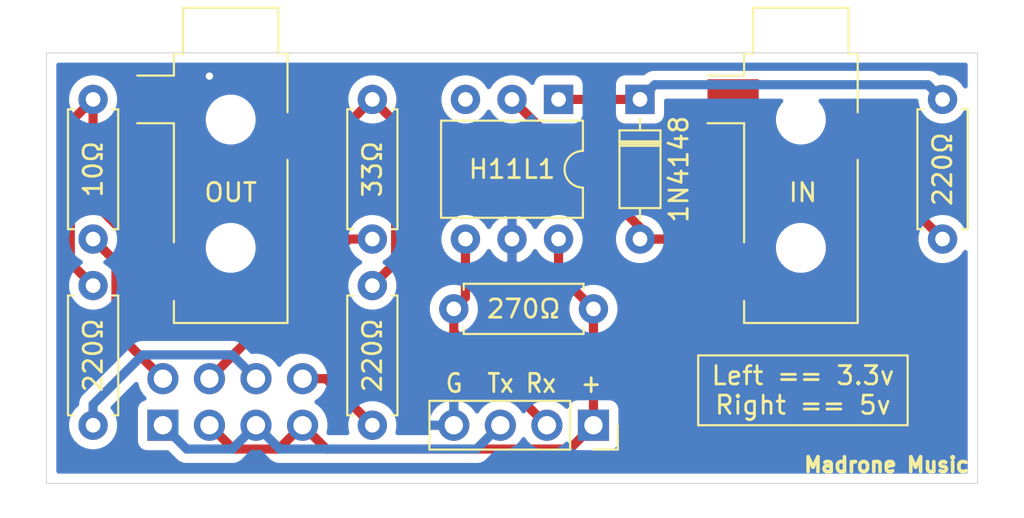
<source format=kicad_pcb>
(kicad_pcb (version 20171130) (host pcbnew "(5.1.9)-1")

  (general
    (thickness 1.6)
    (drawings 11)
    (tracks 63)
    (zones 0)
    (modules 12)
    (nets 16)
  )

  (page User 151.613 101.6)
  (title_block
    (title "MIDI In Out Dev")
    (date 2022-02-01)
    (rev 1.0)
    (company "Madrone Music")
    (comment 1 "3.3 / 5 Volt")
  )

  (layers
    (0 F.Cu signal)
    (31 B.Cu signal)
    (32 B.Adhes user)
    (33 F.Adhes user)
    (34 B.Paste user)
    (35 F.Paste user)
    (36 B.SilkS user)
    (37 F.SilkS user)
    (38 B.Mask user)
    (39 F.Mask user)
    (40 Dwgs.User user)
    (41 Cmts.User user)
    (42 Eco1.User user)
    (43 Eco2.User user)
    (44 Edge.Cuts user)
    (45 Margin user)
    (46 B.CrtYd user)
    (47 F.CrtYd user)
    (48 B.Fab user)
    (49 F.Fab user)
  )

  (setup
    (last_trace_width 0.5)
    (user_trace_width 0.5)
    (trace_clearance 0.2)
    (zone_clearance 0.508)
    (zone_45_only no)
    (trace_min 0.2)
    (via_size 0.8)
    (via_drill 0.4)
    (via_min_size 0.4)
    (via_min_drill 0.3)
    (uvia_size 0.3)
    (uvia_drill 0.1)
    (uvias_allowed no)
    (uvia_min_size 0.2)
    (uvia_min_drill 0.1)
    (edge_width 0.05)
    (segment_width 0.2)
    (pcb_text_width 0.3)
    (pcb_text_size 1.5 1.5)
    (mod_edge_width 0.12)
    (mod_text_size 1 1)
    (mod_text_width 0.15)
    (pad_size 1.7 1.7)
    (pad_drill 1)
    (pad_to_mask_clearance 0)
    (aux_axis_origin 0 0)
    (visible_elements FFFFFF7F)
    (pcbplotparams
      (layerselection 0x010f0_ffffffff)
      (usegerberextensions false)
      (usegerberattributes true)
      (usegerberadvancedattributes true)
      (creategerberjobfile true)
      (excludeedgelayer true)
      (linewidth 0.100000)
      (plotframeref false)
      (viasonmask false)
      (mode 1)
      (useauxorigin false)
      (hpglpennumber 1)
      (hpglpenspeed 20)
      (hpglpendiameter 15.000000)
      (psnegative false)
      (psa4output false)
      (plotreference true)
      (plotvalue true)
      (plotinvisibletext false)
      (padsonsilk false)
      (subtractmaskfromsilk false)
      (outputformat 1)
      (mirror false)
      (drillshape 0)
      (scaleselection 1)
      (outputdirectory "C:/Users/cantr/Documents/Ki-Cad/PCBs/midi_in_out_dev/Fab/"))
  )

  (net 0 "")
  (net 1 "Net-(D1-Pad1)")
  (net 2 "Net-(D1-Pad2)")
  (net 3 "Net-(J1-PadT)")
  (net 4 "Net-(J1-PadR)")
  (net 5 "Net-(J2-PadR)")
  (net 6 GND)
  (net 7 +VDC)
  (net 8 /UART_RX)
  (net 9 /UART_TX)
  (net 10 "Net-(JP1-Pad1)")
  (net 11 "Net-(JP1-Pad3)")
  (net 12 "Net-(JP2-Pad3)")
  (net 13 "Net-(JP2-Pad1)")
  (net 14 "Net-(U1-Pad3)")
  (net 15 "Net-(J2-PadS)")

  (net_class Default "This is the default net class."
    (clearance 0.2)
    (trace_width 0.25)
    (via_dia 0.8)
    (via_drill 0.4)
    (uvia_dia 0.3)
    (uvia_drill 0.1)
    (add_net +VDC)
    (add_net /UART_RX)
    (add_net /UART_TX)
    (add_net GND)
    (add_net "Net-(D1-Pad1)")
    (add_net "Net-(D1-Pad2)")
    (add_net "Net-(J1-PadR)")
    (add_net "Net-(J1-PadT)")
    (add_net "Net-(J2-PadR)")
    (add_net "Net-(J2-PadS)")
    (add_net "Net-(JP1-Pad1)")
    (add_net "Net-(JP1-Pad3)")
    (add_net "Net-(JP2-Pad1)")
    (add_net "Net-(JP2-Pad3)")
    (add_net "Net-(U1-Pad3)")
  )

  (module Connector_PinHeader_2.54mm:PinHeader_2x04_P2.54mm_Vertical (layer F.Cu) (tedit 61F96C4D) (tstamp 61F9CAD3)
    (at 40.64 42.545 90)
    (descr "Through hole straight pin header, 2x04, 2.54mm pitch, double rows")
    (tags "Through hole pin header THT 2x04 2.54mm double row")
    (fp_text reference REF** (at 1.27 -2.33 90) (layer F.SilkS) hide
      (effects (font (size 1 1) (thickness 0.15)))
    )
    (fp_text value PinHeader_2x04_P2.54mm_Vertical (at 1.27 9.95 90) (layer F.Fab) hide
      (effects (font (size 1 1) (thickness 0.15)))
    )
    (fp_text user %R (at 1.27 3.81 180) (layer F.Fab) hide
      (effects (font (size 1 1) (thickness 0.15)))
    )
    (fp_line (start 0 -1.27) (end 3.81 -1.27) (layer F.Fab) (width 0.1))
    (fp_line (start 3.81 -1.27) (end 3.81 8.89) (layer F.Fab) (width 0.1))
    (fp_line (start 3.81 8.89) (end -1.27 8.89) (layer F.Fab) (width 0.1))
    (fp_line (start -1.27 8.89) (end -1.27 0) (layer F.Fab) (width 0.1))
    (fp_line (start -1.27 0) (end 0 -1.27) (layer F.Fab) (width 0.1))
    (fp_line (start -1.8 -1.8) (end -1.8 9.4) (layer F.CrtYd) (width 0.05))
    (fp_line (start -1.8 9.4) (end 4.35 9.4) (layer F.CrtYd) (width 0.05))
    (fp_line (start 4.35 9.4) (end 4.35 -1.8) (layer F.CrtYd) (width 0.05))
    (fp_line (start 4.35 -1.8) (end -1.8 -1.8) (layer F.CrtYd) (width 0.05))
    (pad 8 thru_hole oval (at 2.54 7.62 90) (size 1.7 1.7) (drill 1) (layers *.Cu *.Mask)
      (net 12 "Net-(JP2-Pad3)"))
    (pad 7 thru_hole oval (at 0 7.62 90) (size 1.7 1.7) (drill 1) (layers *.Cu *.Mask)
      (net 7 +VDC))
    (pad 6 thru_hole oval (at 2.54 5.08 90) (size 1.7 1.7) (drill 1) (layers *.Cu *.Mask)
      (net 11 "Net-(JP1-Pad3)"))
    (pad 5 thru_hole oval (at 0 5.08 90) (size 1.7 1.7) (drill 1) (layers *.Cu *.Mask)
      (net 9 /UART_TX))
    (pad 4 thru_hole oval (at 2.54 2.54 90) (size 1.7 1.7) (drill 1) (layers *.Cu *.Mask)
      (net 13 "Net-(JP2-Pad1)"))
    (pad 3 thru_hole oval (at 0 2.54 90) (size 1.7 1.7) (drill 1) (layers *.Cu *.Mask)
      (net 7 +VDC))
    (pad 2 thru_hole oval (at 2.54 0 90) (size 1.7 1.7) (drill 1) (layers *.Cu *.Mask)
      (net 10 "Net-(JP1-Pad1)"))
    (pad 1 thru_hole rect (at 0 0 90) (size 1.7 1.7) (drill 1) (layers *.Cu *.Mask)
      (net 9 /UART_TX))
    (model ${KISYS3DMOD}/Connector_PinHeader_2.54mm.3dshapes/PinHeader_2x04_P2.54mm_Vertical.wrl
      (at (xyz 0 0 0))
      (scale (xyz 1 1 1))
      (rotate (xyz 0 0 0))
    )
  )

  (module Diode_THT:D_DO-35_SOD27_P7.62mm_Horizontal (layer F.Cu) (tedit 5AE50CD5) (tstamp 61F9BE6E)
    (at 66.675 24.765 270)
    (descr "Diode, DO-35_SOD27 series, Axial, Horizontal, pin pitch=7.62mm, , length*diameter=4*2mm^2, , http://www.diodes.com/_files/packages/DO-35.pdf")
    (tags "Diode DO-35_SOD27 series Axial Horizontal pin pitch 7.62mm  length 4mm diameter 2mm")
    (path /61F9FAF8)
    (fp_text reference 1N4148 (at 3.81 -2.12 90) (layer F.SilkS)
      (effects (font (size 1 1) (thickness 0.15)))
    )
    (fp_text value 1n4148 (at 3.81 2.12 90) (layer F.Fab)
      (effects (font (size 1 1) (thickness 0.15)))
    )
    (fp_line (start 8.67 -1.25) (end -1.05 -1.25) (layer F.CrtYd) (width 0.05))
    (fp_line (start 8.67 1.25) (end 8.67 -1.25) (layer F.CrtYd) (width 0.05))
    (fp_line (start -1.05 1.25) (end 8.67 1.25) (layer F.CrtYd) (width 0.05))
    (fp_line (start -1.05 -1.25) (end -1.05 1.25) (layer F.CrtYd) (width 0.05))
    (fp_line (start 2.29 -1.12) (end 2.29 1.12) (layer F.SilkS) (width 0.12))
    (fp_line (start 2.53 -1.12) (end 2.53 1.12) (layer F.SilkS) (width 0.12))
    (fp_line (start 2.41 -1.12) (end 2.41 1.12) (layer F.SilkS) (width 0.12))
    (fp_line (start 6.58 0) (end 5.93 0) (layer F.SilkS) (width 0.12))
    (fp_line (start 1.04 0) (end 1.69 0) (layer F.SilkS) (width 0.12))
    (fp_line (start 5.93 -1.12) (end 1.69 -1.12) (layer F.SilkS) (width 0.12))
    (fp_line (start 5.93 1.12) (end 5.93 -1.12) (layer F.SilkS) (width 0.12))
    (fp_line (start 1.69 1.12) (end 5.93 1.12) (layer F.SilkS) (width 0.12))
    (fp_line (start 1.69 -1.12) (end 1.69 1.12) (layer F.SilkS) (width 0.12))
    (fp_line (start 2.31 -1) (end 2.31 1) (layer F.Fab) (width 0.1))
    (fp_line (start 2.51 -1) (end 2.51 1) (layer F.Fab) (width 0.1))
    (fp_line (start 2.41 -1) (end 2.41 1) (layer F.Fab) (width 0.1))
    (fp_line (start 7.62 0) (end 5.81 0) (layer F.Fab) (width 0.1))
    (fp_line (start 0 0) (end 1.81 0) (layer F.Fab) (width 0.1))
    (fp_line (start 5.81 -1) (end 1.81 -1) (layer F.Fab) (width 0.1))
    (fp_line (start 5.81 1) (end 5.81 -1) (layer F.Fab) (width 0.1))
    (fp_line (start 1.81 1) (end 5.81 1) (layer F.Fab) (width 0.1))
    (fp_line (start 1.81 -1) (end 1.81 1) (layer F.Fab) (width 0.1))
    (fp_text user %R (at 4.11 0 90) (layer F.Fab)
      (effects (font (size 0.8 0.8) (thickness 0.12)))
    )
    (fp_text user K (at 0 -1.8 90) (layer F.SilkS) hide
      (effects (font (size 1 1) (thickness 0.15)))
    )
    (pad 1 thru_hole rect (at 0 0 270) (size 1.6 1.6) (drill 0.8) (layers *.Cu *.Mask)
      (net 1 "Net-(D1-Pad1)"))
    (pad 2 thru_hole oval (at 7.62 0 270) (size 1.6 1.6) (drill 0.8) (layers *.Cu *.Mask)
      (net 2 "Net-(D1-Pad2)"))
    (model ${KISYS3DMOD}/Diode_THT.3dshapes/D_DO-35_SOD27_P7.62mm_Horizontal.wrl
      (at (xyz 0 0 0))
      (scale (xyz 1 1 1))
      (rotate (xyz 0 0 0))
    )
  )

  (module Connector_Audio:Jack_3.5mm_CUI_SJ-3523-SMT_Horizontal (layer F.Cu) (tedit 5C635420) (tstamp 61F9BE91)
    (at 44.34 28.365)
    (descr "3.5 mm, Stereo, Right Angle, Surface Mount (SMT), Audio Jack Connector (https://www.cui.com/product/resource/sj-352x-smt-series.pdf)")
    (tags "3.5mm audio cui horizontal jack stereo")
    (path /61F9645A)
    (attr smd)
    (fp_text reference J1 (at 0 -9.9) (layer F.SilkS) hide
      (effects (font (size 1 1) (thickness 0.15)))
    )
    (fp_text value OUT (at 0 1.48) (layer F.SilkS)
      (effects (font (size 1 1) (thickness 0.15)))
    )
    (fp_text user %R (at 0 0) (layer F.Fab)
      (effects (font (size 1 1) (thickness 0.15)))
    )
    (fp_line (start 3 -6) (end 3 8.5) (layer F.Fab) (width 0.1))
    (fp_line (start 3 8.5) (end -3 8.5) (layer F.Fab) (width 0.1))
    (fp_line (start -3 8.5) (end -3 -6) (layer F.Fab) (width 0.1))
    (fp_line (start -3 -6) (end -2.5 -6) (layer F.Fab) (width 0.1))
    (fp_line (start -2.5 -6) (end -2.5 -8.5) (layer F.Fab) (width 0.1))
    (fp_line (start -2.5 -8.5) (end 2.5 -8.5) (layer F.Fab) (width 0.1))
    (fp_line (start 2.5 -8.5) (end 2.5 -6) (layer F.Fab) (width 0.1))
    (fp_line (start 2.5 -6) (end 3 -6) (layer F.Fab) (width 0.1))
    (fp_line (start 5.6 -9) (end 5.6 9) (layer F.CrtYd) (width 0.05))
    (fp_line (start 5.6 9) (end -5.6 9) (layer F.CrtYd) (width 0.05))
    (fp_line (start -5.6 9) (end -5.6 -9) (layer F.CrtYd) (width 0.05))
    (fp_line (start -5.6 -9) (end 5.6 -9) (layer F.CrtYd) (width 0.05))
    (fp_line (start -3.1 -4.9) (end -3.1 -6.1) (layer F.SilkS) (width 0.12))
    (fp_line (start -3.1 -6.1) (end -2.6 -6.1) (layer F.SilkS) (width 0.12))
    (fp_line (start -2.6 -6.1) (end -2.6 -8.6) (layer F.SilkS) (width 0.12))
    (fp_line (start -2.6 -8.6) (end 2.6 -8.6) (layer F.SilkS) (width 0.12))
    (fp_line (start 2.6 -8.6) (end 2.6 -6.1) (layer F.SilkS) (width 0.12))
    (fp_line (start 2.6 -6.1) (end 3.1 -6.1) (layer F.SilkS) (width 0.12))
    (fp_line (start 3.1 -6.1) (end 3.1 -2.9) (layer F.SilkS) (width 0.12))
    (fp_line (start 3.1 -0.3) (end 3.1 8.6) (layer F.SilkS) (width 0.12))
    (fp_line (start 3.1 8.6) (end -3.1 8.6) (layer F.SilkS) (width 0.12))
    (fp_line (start -3.1 8.6) (end -3.1 7.4) (layer F.SilkS) (width 0.12))
    (fp_line (start -3.1 4.2) (end -3.1 -2.3) (layer F.SilkS) (width 0.12))
    (fp_line (start -3.1 -4.9) (end -5.1 -4.9) (layer F.SilkS) (width 0.12))
    (fp_line (start -3.1 -2.3) (end -5.1 -2.3) (layer F.SilkS) (width 0.12))
    (pad "" np_thru_hole circle (at 0 4.5) (size 1.7 1.7) (drill 1.7) (layers *.Cu *.Mask))
    (pad "" np_thru_hole circle (at 0 -2.5) (size 1.7 1.7) (drill 1.7) (layers *.Cu *.Mask))
    (pad T smd rect (at -3.7 5.8) (size 2.8 2.8) (layers F.Cu F.Paste F.Mask)
      (net 3 "Net-(J1-PadT)"))
    (pad S smd rect (at -3.7 -3.6) (size 2.8 2.2) (layers F.Cu F.Paste F.Mask)
      (net 6 GND))
    (pad R smd rect (at 3.7 -1.6) (size 2.8 2.2) (layers F.Cu F.Paste F.Mask)
      (net 4 "Net-(J1-PadR)"))
    (model ${KISYS3DMOD}/Connector_Audio.3dshapes/Jack_3.5mm_CUI_SJ-3523-SMT_Horizontal.wrl
      (at (xyz 0 0 0))
      (scale (xyz 1 1 1))
      (rotate (xyz 0 0 0))
    )
  )

  (module Connector_Audio:Jack_3.5mm_CUI_SJ-3523-SMT_Horizontal (layer F.Cu) (tedit 5C635420) (tstamp 61F9BEB4)
    (at 75.455 28.365)
    (descr "3.5 mm, Stereo, Right Angle, Surface Mount (SMT), Audio Jack Connector (https://www.cui.com/product/resource/sj-352x-smt-series.pdf)")
    (tags "3.5mm audio cui horizontal jack stereo")
    (path /61F95E02)
    (attr smd)
    (fp_text reference J2 (at 0 -9.9) (layer F.SilkS) hide
      (effects (font (size 1 1) (thickness 0.15)))
    )
    (fp_text value IN (at 0.11 1.48) (layer F.SilkS)
      (effects (font (size 1 1) (thickness 0.15)))
    )
    (fp_line (start -3.1 -2.3) (end -5.1 -2.3) (layer F.SilkS) (width 0.12))
    (fp_line (start -3.1 -4.9) (end -5.1 -4.9) (layer F.SilkS) (width 0.12))
    (fp_line (start -3.1 4.2) (end -3.1 -2.3) (layer F.SilkS) (width 0.12))
    (fp_line (start -3.1 8.6) (end -3.1 7.4) (layer F.SilkS) (width 0.12))
    (fp_line (start 3.1 8.6) (end -3.1 8.6) (layer F.SilkS) (width 0.12))
    (fp_line (start 3.1 -0.3) (end 3.1 8.6) (layer F.SilkS) (width 0.12))
    (fp_line (start 3.1 -6.1) (end 3.1 -2.9) (layer F.SilkS) (width 0.12))
    (fp_line (start 2.6 -6.1) (end 3.1 -6.1) (layer F.SilkS) (width 0.12))
    (fp_line (start 2.6 -8.6) (end 2.6 -6.1) (layer F.SilkS) (width 0.12))
    (fp_line (start -2.6 -8.6) (end 2.6 -8.6) (layer F.SilkS) (width 0.12))
    (fp_line (start -2.6 -6.1) (end -2.6 -8.6) (layer F.SilkS) (width 0.12))
    (fp_line (start -3.1 -6.1) (end -2.6 -6.1) (layer F.SilkS) (width 0.12))
    (fp_line (start -3.1 -4.9) (end -3.1 -6.1) (layer F.SilkS) (width 0.12))
    (fp_line (start -5.6 -9) (end 5.6 -9) (layer F.CrtYd) (width 0.05))
    (fp_line (start -5.6 9) (end -5.6 -9) (layer F.CrtYd) (width 0.05))
    (fp_line (start 5.6 9) (end -5.6 9) (layer F.CrtYd) (width 0.05))
    (fp_line (start 5.6 -9) (end 5.6 9) (layer F.CrtYd) (width 0.05))
    (fp_line (start 2.5 -6) (end 3 -6) (layer F.Fab) (width 0.1))
    (fp_line (start 2.5 -8.5) (end 2.5 -6) (layer F.Fab) (width 0.1))
    (fp_line (start -2.5 -8.5) (end 2.5 -8.5) (layer F.Fab) (width 0.1))
    (fp_line (start -2.5 -6) (end -2.5 -8.5) (layer F.Fab) (width 0.1))
    (fp_line (start -3 -6) (end -2.5 -6) (layer F.Fab) (width 0.1))
    (fp_line (start -3 8.5) (end -3 -6) (layer F.Fab) (width 0.1))
    (fp_line (start 3 8.5) (end -3 8.5) (layer F.Fab) (width 0.1))
    (fp_line (start 3 -6) (end 3 8.5) (layer F.Fab) (width 0.1))
    (fp_text user %R (at 0 0) (layer F.Fab)
      (effects (font (size 1 1) (thickness 0.15)))
    )
    (pad R smd rect (at 3.7 -1.6) (size 2.8 2.2) (layers F.Cu F.Paste F.Mask)
      (net 5 "Net-(J2-PadR)"))
    (pad S smd rect (at -3.7 -3.6) (size 2.8 2.2) (layers F.Cu F.Paste F.Mask)
      (net 15 "Net-(J2-PadS)"))
    (pad T smd rect (at -3.7 5.8) (size 2.8 2.8) (layers F.Cu F.Paste F.Mask)
      (net 2 "Net-(D1-Pad2)"))
    (pad "" np_thru_hole circle (at 0 -2.5) (size 1.7 1.7) (drill 1.7) (layers *.Cu *.Mask))
    (pad "" np_thru_hole circle (at 0 4.5) (size 1.7 1.7) (drill 1.7) (layers *.Cu *.Mask))
    (model ${KISYS3DMOD}/Connector_Audio.3dshapes/Jack_3.5mm_CUI_SJ-3523-SMT_Horizontal.wrl
      (at (xyz 0 0 0))
      (scale (xyz 1 1 1))
      (rotate (xyz 0 0 0))
    )
  )

  (module Connector_PinSocket_2.54mm:PinSocket_1x04_P2.54mm_Vertical (layer F.Cu) (tedit 5A19A429) (tstamp 61F9BECC)
    (at 64.135 42.545 270)
    (descr "Through hole straight socket strip, 1x04, 2.54mm pitch, single row (from Kicad 4.0.7), script generated")
    (tags "Through hole socket strip THT 1x04 2.54mm single row")
    (path /61FA2154)
    (fp_text reference "G  TX  RX  +" (at -2.54 3.81 180) (layer F.SilkS) hide
      (effects (font (size 1 1) (thickness 0.15)))
    )
    (fp_text value Conn_01x04_Female (at 0 10.39 90) (layer F.Fab) hide
      (effects (font (size 1 1) (thickness 0.15)))
    )
    (fp_line (start -1.8 9.4) (end -1.8 -1.8) (layer F.CrtYd) (width 0.05))
    (fp_line (start 1.75 9.4) (end -1.8 9.4) (layer F.CrtYd) (width 0.05))
    (fp_line (start 1.75 -1.8) (end 1.75 9.4) (layer F.CrtYd) (width 0.05))
    (fp_line (start -1.8 -1.8) (end 1.75 -1.8) (layer F.CrtYd) (width 0.05))
    (fp_line (start 0 -1.33) (end 1.33 -1.33) (layer F.SilkS) (width 0.12))
    (fp_line (start 1.33 -1.33) (end 1.33 0) (layer F.SilkS) (width 0.12))
    (fp_line (start 1.33 1.27) (end 1.33 8.95) (layer F.SilkS) (width 0.12))
    (fp_line (start -1.33 8.95) (end 1.33 8.95) (layer F.SilkS) (width 0.12))
    (fp_line (start -1.33 1.27) (end -1.33 8.95) (layer F.SilkS) (width 0.12))
    (fp_line (start -1.33 1.27) (end 1.33 1.27) (layer F.SilkS) (width 0.12))
    (fp_line (start -1.27 8.89) (end -1.27 -1.27) (layer F.Fab) (width 0.1))
    (fp_line (start 1.27 8.89) (end -1.27 8.89) (layer F.Fab) (width 0.1))
    (fp_line (start 1.27 -0.635) (end 1.27 8.89) (layer F.Fab) (width 0.1))
    (fp_line (start 0.635 -1.27) (end 1.27 -0.635) (layer F.Fab) (width 0.1))
    (fp_line (start -1.27 -1.27) (end 0.635 -1.27) (layer F.Fab) (width 0.1))
    (fp_text user %R (at 0 3.81) (layer F.Fab) hide
      (effects (font (size 1 1) (thickness 0.15)))
    )
    (pad 1 thru_hole rect (at 0 0 270) (size 1.7 1.7) (drill 1) (layers *.Cu *.Mask)
      (net 7 +VDC))
    (pad 2 thru_hole oval (at 0 2.54 270) (size 1.7 1.7) (drill 1) (layers *.Cu *.Mask)
      (net 8 /UART_RX))
    (pad 3 thru_hole oval (at 0 5.08 270) (size 1.7 1.7) (drill 1) (layers *.Cu *.Mask)
      (net 9 /UART_TX))
    (pad 4 thru_hole oval (at 0 7.62 270) (size 1.7 1.7) (drill 1) (layers *.Cu *.Mask)
      (net 6 GND))
    (model ${KISYS3DMOD}/Connector_PinSocket_2.54mm.3dshapes/PinSocket_1x04_P2.54mm_Vertical.wrl
      (at (xyz 0 0 0))
      (scale (xyz 1 1 1))
      (rotate (xyz 0 0 0))
    )
  )

  (module Resistor_THT:R_Axial_DIN0207_L6.3mm_D2.5mm_P7.62mm_Horizontal (layer F.Cu) (tedit 5AE5139B) (tstamp 61F9BF17)
    (at 36.83 24.765 270)
    (descr "Resistor, Axial_DIN0207 series, Axial, Horizontal, pin pitch=7.62mm, 0.25W = 1/4W, length*diameter=6.3*2.5mm^2, http://cdn-reichelt.de/documents/datenblatt/B400/1_4W%23YAG.pdf")
    (tags "Resistor Axial_DIN0207 series Axial Horizontal pin pitch 7.62mm 0.25W = 1/4W length 6.3mm diameter 2.5mm")
    (path /61F96B02)
    (fp_text reference 10Ω (at 3.81 0 90) (layer F.SilkS)
      (effects (font (size 1 1) (thickness 0.15)))
    )
    (fp_text value 10 (at 3.81 2.37 90) (layer F.Fab)
      (effects (font (size 1 1) (thickness 0.15)))
    )
    (fp_line (start 8.67 -1.5) (end -1.05 -1.5) (layer F.CrtYd) (width 0.05))
    (fp_line (start 8.67 1.5) (end 8.67 -1.5) (layer F.CrtYd) (width 0.05))
    (fp_line (start -1.05 1.5) (end 8.67 1.5) (layer F.CrtYd) (width 0.05))
    (fp_line (start -1.05 -1.5) (end -1.05 1.5) (layer F.CrtYd) (width 0.05))
    (fp_line (start 7.08 1.37) (end 7.08 1.04) (layer F.SilkS) (width 0.12))
    (fp_line (start 0.54 1.37) (end 7.08 1.37) (layer F.SilkS) (width 0.12))
    (fp_line (start 0.54 1.04) (end 0.54 1.37) (layer F.SilkS) (width 0.12))
    (fp_line (start 7.08 -1.37) (end 7.08 -1.04) (layer F.SilkS) (width 0.12))
    (fp_line (start 0.54 -1.37) (end 7.08 -1.37) (layer F.SilkS) (width 0.12))
    (fp_line (start 0.54 -1.04) (end 0.54 -1.37) (layer F.SilkS) (width 0.12))
    (fp_line (start 7.62 0) (end 6.96 0) (layer F.Fab) (width 0.1))
    (fp_line (start 0 0) (end 0.66 0) (layer F.Fab) (width 0.1))
    (fp_line (start 6.96 -1.25) (end 0.66 -1.25) (layer F.Fab) (width 0.1))
    (fp_line (start 6.96 1.25) (end 6.96 -1.25) (layer F.Fab) (width 0.1))
    (fp_line (start 0.66 1.25) (end 6.96 1.25) (layer F.Fab) (width 0.1))
    (fp_line (start 0.66 -1.25) (end 0.66 1.25) (layer F.Fab) (width 0.1))
    (fp_text user %R (at 3.81 0 90) (layer F.Fab)
      (effects (font (size 1 1) (thickness 0.15)))
    )
    (pad 1 thru_hole circle (at 0 0 270) (size 1.6 1.6) (drill 0.8) (layers *.Cu *.Mask)
      (net 3 "Net-(J1-PadT)"))
    (pad 2 thru_hole oval (at 7.62 0 270) (size 1.6 1.6) (drill 0.8) (layers *.Cu *.Mask)
      (net 10 "Net-(JP1-Pad1)"))
    (model ${KISYS3DMOD}/Resistor_THT.3dshapes/R_Axial_DIN0207_L6.3mm_D2.5mm_P7.62mm_Horizontal.wrl
      (at (xyz 0 0 0))
      (scale (xyz 1 1 1))
      (rotate (xyz 0 0 0))
    )
  )

  (module Resistor_THT:R_Axial_DIN0207_L6.3mm_D2.5mm_P7.62mm_Horizontal (layer F.Cu) (tedit 5AE5139B) (tstamp 61F9BF2E)
    (at 36.83 34.925 270)
    (descr "Resistor, Axial_DIN0207 series, Axial, Horizontal, pin pitch=7.62mm, 0.25W = 1/4W, length*diameter=6.3*2.5mm^2, http://cdn-reichelt.de/documents/datenblatt/B400/1_4W%23YAG.pdf")
    (tags "Resistor Axial_DIN0207 series Axial Horizontal pin pitch 7.62mm 0.25W = 1/4W length 6.3mm diameter 2.5mm")
    (path /61F96FB8)
    (fp_text reference 220Ω (at 3.81 0 90) (layer F.SilkS)
      (effects (font (size 1 1) (thickness 0.15)))
    )
    (fp_text value 220 (at 3.81 2.37 90) (layer F.Fab)
      (effects (font (size 1 1) (thickness 0.15)))
    )
    (fp_text user %R (at 3.81 0 90) (layer F.Fab)
      (effects (font (size 1 1) (thickness 0.15)))
    )
    (fp_line (start 0.66 -1.25) (end 0.66 1.25) (layer F.Fab) (width 0.1))
    (fp_line (start 0.66 1.25) (end 6.96 1.25) (layer F.Fab) (width 0.1))
    (fp_line (start 6.96 1.25) (end 6.96 -1.25) (layer F.Fab) (width 0.1))
    (fp_line (start 6.96 -1.25) (end 0.66 -1.25) (layer F.Fab) (width 0.1))
    (fp_line (start 0 0) (end 0.66 0) (layer F.Fab) (width 0.1))
    (fp_line (start 7.62 0) (end 6.96 0) (layer F.Fab) (width 0.1))
    (fp_line (start 0.54 -1.04) (end 0.54 -1.37) (layer F.SilkS) (width 0.12))
    (fp_line (start 0.54 -1.37) (end 7.08 -1.37) (layer F.SilkS) (width 0.12))
    (fp_line (start 7.08 -1.37) (end 7.08 -1.04) (layer F.SilkS) (width 0.12))
    (fp_line (start 0.54 1.04) (end 0.54 1.37) (layer F.SilkS) (width 0.12))
    (fp_line (start 0.54 1.37) (end 7.08 1.37) (layer F.SilkS) (width 0.12))
    (fp_line (start 7.08 1.37) (end 7.08 1.04) (layer F.SilkS) (width 0.12))
    (fp_line (start -1.05 -1.5) (end -1.05 1.5) (layer F.CrtYd) (width 0.05))
    (fp_line (start -1.05 1.5) (end 8.67 1.5) (layer F.CrtYd) (width 0.05))
    (fp_line (start 8.67 1.5) (end 8.67 -1.5) (layer F.CrtYd) (width 0.05))
    (fp_line (start 8.67 -1.5) (end -1.05 -1.5) (layer F.CrtYd) (width 0.05))
    (pad 2 thru_hole oval (at 7.62 0 270) (size 1.6 1.6) (drill 0.8) (layers *.Cu *.Mask)
      (net 11 "Net-(JP1-Pad3)"))
    (pad 1 thru_hole circle (at 0 0 270) (size 1.6 1.6) (drill 0.8) (layers *.Cu *.Mask)
      (net 3 "Net-(J1-PadT)"))
    (model ${KISYS3DMOD}/Resistor_THT.3dshapes/R_Axial_DIN0207_L6.3mm_D2.5mm_P7.62mm_Horizontal.wrl
      (at (xyz 0 0 0))
      (scale (xyz 1 1 1))
      (rotate (xyz 0 0 0))
    )
  )

  (module Resistor_THT:R_Axial_DIN0207_L6.3mm_D2.5mm_P7.62mm_Horizontal (layer F.Cu) (tedit 5AE5139B) (tstamp 61F9BF45)
    (at 52.07 24.765 270)
    (descr "Resistor, Axial_DIN0207 series, Axial, Horizontal, pin pitch=7.62mm, 0.25W = 1/4W, length*diameter=6.3*2.5mm^2, http://cdn-reichelt.de/documents/datenblatt/B400/1_4W%23YAG.pdf")
    (tags "Resistor Axial_DIN0207 series Axial Horizontal pin pitch 7.62mm 0.25W = 1/4W length 6.3mm diameter 2.5mm")
    (path /61F976CC)
    (fp_text reference 33Ω (at 3.81 0 90) (layer F.SilkS)
      (effects (font (size 1 1) (thickness 0.15)))
    )
    (fp_text value 33 (at 3.81 2.37 90) (layer F.Fab)
      (effects (font (size 1 1) (thickness 0.15)))
    )
    (fp_line (start 8.67 -1.5) (end -1.05 -1.5) (layer F.CrtYd) (width 0.05))
    (fp_line (start 8.67 1.5) (end 8.67 -1.5) (layer F.CrtYd) (width 0.05))
    (fp_line (start -1.05 1.5) (end 8.67 1.5) (layer F.CrtYd) (width 0.05))
    (fp_line (start -1.05 -1.5) (end -1.05 1.5) (layer F.CrtYd) (width 0.05))
    (fp_line (start 7.08 1.37) (end 7.08 1.04) (layer F.SilkS) (width 0.12))
    (fp_line (start 0.54 1.37) (end 7.08 1.37) (layer F.SilkS) (width 0.12))
    (fp_line (start 0.54 1.04) (end 0.54 1.37) (layer F.SilkS) (width 0.12))
    (fp_line (start 7.08 -1.37) (end 7.08 -1.04) (layer F.SilkS) (width 0.12))
    (fp_line (start 0.54 -1.37) (end 7.08 -1.37) (layer F.SilkS) (width 0.12))
    (fp_line (start 0.54 -1.04) (end 0.54 -1.37) (layer F.SilkS) (width 0.12))
    (fp_line (start 7.62 0) (end 6.96 0) (layer F.Fab) (width 0.1))
    (fp_line (start 0 0) (end 0.66 0) (layer F.Fab) (width 0.1))
    (fp_line (start 6.96 -1.25) (end 0.66 -1.25) (layer F.Fab) (width 0.1))
    (fp_line (start 6.96 1.25) (end 6.96 -1.25) (layer F.Fab) (width 0.1))
    (fp_line (start 0.66 1.25) (end 6.96 1.25) (layer F.Fab) (width 0.1))
    (fp_line (start 0.66 -1.25) (end 0.66 1.25) (layer F.Fab) (width 0.1))
    (fp_text user %R (at 3.81 0 90) (layer F.Fab)
      (effects (font (size 1 1) (thickness 0.15)))
    )
    (pad 1 thru_hole circle (at 0 0 270) (size 1.6 1.6) (drill 0.8) (layers *.Cu *.Mask)
      (net 4 "Net-(J1-PadR)"))
    (pad 2 thru_hole oval (at 7.62 0 270) (size 1.6 1.6) (drill 0.8) (layers *.Cu *.Mask)
      (net 13 "Net-(JP2-Pad1)"))
    (model ${KISYS3DMOD}/Resistor_THT.3dshapes/R_Axial_DIN0207_L6.3mm_D2.5mm_P7.62mm_Horizontal.wrl
      (at (xyz 0 0 0))
      (scale (xyz 1 1 1))
      (rotate (xyz 0 0 0))
    )
  )

  (module Resistor_THT:R_Axial_DIN0207_L6.3mm_D2.5mm_P7.62mm_Horizontal (layer F.Cu) (tedit 5AE5139B) (tstamp 61F9BF5C)
    (at 52.07 34.925 270)
    (descr "Resistor, Axial_DIN0207 series, Axial, Horizontal, pin pitch=7.62mm, 0.25W = 1/4W, length*diameter=6.3*2.5mm^2, http://cdn-reichelt.de/documents/datenblatt/B400/1_4W%23YAG.pdf")
    (tags "Resistor Axial_DIN0207 series Axial Horizontal pin pitch 7.62mm 0.25W = 1/4W length 6.3mm diameter 2.5mm")
    (path /61F97ADD)
    (fp_text reference 220Ω (at 3.81 0 90) (layer F.SilkS)
      (effects (font (size 1 1) (thickness 0.15)))
    )
    (fp_text value 220 (at 3.81 2.37 90) (layer F.Fab)
      (effects (font (size 1 1) (thickness 0.15)))
    )
    (fp_text user %R (at 3.81 0 90) (layer F.Fab)
      (effects (font (size 1 1) (thickness 0.15)))
    )
    (fp_line (start 0.66 -1.25) (end 0.66 1.25) (layer F.Fab) (width 0.1))
    (fp_line (start 0.66 1.25) (end 6.96 1.25) (layer F.Fab) (width 0.1))
    (fp_line (start 6.96 1.25) (end 6.96 -1.25) (layer F.Fab) (width 0.1))
    (fp_line (start 6.96 -1.25) (end 0.66 -1.25) (layer F.Fab) (width 0.1))
    (fp_line (start 0 0) (end 0.66 0) (layer F.Fab) (width 0.1))
    (fp_line (start 7.62 0) (end 6.96 0) (layer F.Fab) (width 0.1))
    (fp_line (start 0.54 -1.04) (end 0.54 -1.37) (layer F.SilkS) (width 0.12))
    (fp_line (start 0.54 -1.37) (end 7.08 -1.37) (layer F.SilkS) (width 0.12))
    (fp_line (start 7.08 -1.37) (end 7.08 -1.04) (layer F.SilkS) (width 0.12))
    (fp_line (start 0.54 1.04) (end 0.54 1.37) (layer F.SilkS) (width 0.12))
    (fp_line (start 0.54 1.37) (end 7.08 1.37) (layer F.SilkS) (width 0.12))
    (fp_line (start 7.08 1.37) (end 7.08 1.04) (layer F.SilkS) (width 0.12))
    (fp_line (start -1.05 -1.5) (end -1.05 1.5) (layer F.CrtYd) (width 0.05))
    (fp_line (start -1.05 1.5) (end 8.67 1.5) (layer F.CrtYd) (width 0.05))
    (fp_line (start 8.67 1.5) (end 8.67 -1.5) (layer F.CrtYd) (width 0.05))
    (fp_line (start 8.67 -1.5) (end -1.05 -1.5) (layer F.CrtYd) (width 0.05))
    (pad 2 thru_hole oval (at 7.62 0 270) (size 1.6 1.6) (drill 0.8) (layers *.Cu *.Mask)
      (net 12 "Net-(JP2-Pad3)"))
    (pad 1 thru_hole circle (at 0 0 270) (size 1.6 1.6) (drill 0.8) (layers *.Cu *.Mask)
      (net 4 "Net-(J1-PadR)"))
    (model ${KISYS3DMOD}/Resistor_THT.3dshapes/R_Axial_DIN0207_L6.3mm_D2.5mm_P7.62mm_Horizontal.wrl
      (at (xyz 0 0 0))
      (scale (xyz 1 1 1))
      (rotate (xyz 0 0 0))
    )
  )

  (module Resistor_THT:R_Axial_DIN0207_L6.3mm_D2.5mm_P7.62mm_Horizontal (layer F.Cu) (tedit 5AE5139B) (tstamp 61F9BF73)
    (at 83.185 24.765 270)
    (descr "Resistor, Axial_DIN0207 series, Axial, Horizontal, pin pitch=7.62mm, 0.25W = 1/4W, length*diameter=6.3*2.5mm^2, http://cdn-reichelt.de/documents/datenblatt/B400/1_4W%23YAG.pdf")
    (tags "Resistor Axial_DIN0207 series Axial Horizontal pin pitch 7.62mm 0.25W = 1/4W length 6.3mm diameter 2.5mm")
    (path /61F97D19)
    (fp_text reference 220Ω (at 3.81 0 90) (layer F.SilkS)
      (effects (font (size 1 1) (thickness 0.15)))
    )
    (fp_text value 220 (at 3.81 2.37 90) (layer F.Fab)
      (effects (font (size 1 1) (thickness 0.15)))
    )
    (fp_line (start 8.67 -1.5) (end -1.05 -1.5) (layer F.CrtYd) (width 0.05))
    (fp_line (start 8.67 1.5) (end 8.67 -1.5) (layer F.CrtYd) (width 0.05))
    (fp_line (start -1.05 1.5) (end 8.67 1.5) (layer F.CrtYd) (width 0.05))
    (fp_line (start -1.05 -1.5) (end -1.05 1.5) (layer F.CrtYd) (width 0.05))
    (fp_line (start 7.08 1.37) (end 7.08 1.04) (layer F.SilkS) (width 0.12))
    (fp_line (start 0.54 1.37) (end 7.08 1.37) (layer F.SilkS) (width 0.12))
    (fp_line (start 0.54 1.04) (end 0.54 1.37) (layer F.SilkS) (width 0.12))
    (fp_line (start 7.08 -1.37) (end 7.08 -1.04) (layer F.SilkS) (width 0.12))
    (fp_line (start 0.54 -1.37) (end 7.08 -1.37) (layer F.SilkS) (width 0.12))
    (fp_line (start 0.54 -1.04) (end 0.54 -1.37) (layer F.SilkS) (width 0.12))
    (fp_line (start 7.62 0) (end 6.96 0) (layer F.Fab) (width 0.1))
    (fp_line (start 0 0) (end 0.66 0) (layer F.Fab) (width 0.1))
    (fp_line (start 6.96 -1.25) (end 0.66 -1.25) (layer F.Fab) (width 0.1))
    (fp_line (start 6.96 1.25) (end 6.96 -1.25) (layer F.Fab) (width 0.1))
    (fp_line (start 0.66 1.25) (end 6.96 1.25) (layer F.Fab) (width 0.1))
    (fp_line (start 0.66 -1.25) (end 0.66 1.25) (layer F.Fab) (width 0.1))
    (fp_text user %R (at 3.81 0 90) (layer F.Fab)
      (effects (font (size 1 1) (thickness 0.15)))
    )
    (pad 1 thru_hole circle (at 0 0 270) (size 1.6 1.6) (drill 0.8) (layers *.Cu *.Mask)
      (net 1 "Net-(D1-Pad1)"))
    (pad 2 thru_hole oval (at 7.62 0 270) (size 1.6 1.6) (drill 0.8) (layers *.Cu *.Mask)
      (net 5 "Net-(J2-PadR)"))
    (model ${KISYS3DMOD}/Resistor_THT.3dshapes/R_Axial_DIN0207_L6.3mm_D2.5mm_P7.62mm_Horizontal.wrl
      (at (xyz 0 0 0))
      (scale (xyz 1 1 1))
      (rotate (xyz 0 0 0))
    )
  )

  (module Resistor_THT:R_Axial_DIN0207_L6.3mm_D2.5mm_P7.62mm_Horizontal (layer F.Cu) (tedit 5AE5139B) (tstamp 61F9BF8A)
    (at 56.515 36.195)
    (descr "Resistor, Axial_DIN0207 series, Axial, Horizontal, pin pitch=7.62mm, 0.25W = 1/4W, length*diameter=6.3*2.5mm^2, http://cdn-reichelt.de/documents/datenblatt/B400/1_4W%23YAG.pdf")
    (tags "Resistor Axial_DIN0207 series Axial Horizontal pin pitch 7.62mm 0.25W = 1/4W length 6.3mm diameter 2.5mm")
    (path /61F97F95)
    (fp_text reference 270Ω (at 3.81 0) (layer F.SilkS)
      (effects (font (size 1 1) (thickness 0.15)))
    )
    (fp_text value 270 (at 3.81 2.37) (layer F.Fab)
      (effects (font (size 1 1) (thickness 0.15)))
    )
    (fp_text user %R (at 3.81 0) (layer F.Fab)
      (effects (font (size 1 1) (thickness 0.15)))
    )
    (fp_line (start 0.66 -1.25) (end 0.66 1.25) (layer F.Fab) (width 0.1))
    (fp_line (start 0.66 1.25) (end 6.96 1.25) (layer F.Fab) (width 0.1))
    (fp_line (start 6.96 1.25) (end 6.96 -1.25) (layer F.Fab) (width 0.1))
    (fp_line (start 6.96 -1.25) (end 0.66 -1.25) (layer F.Fab) (width 0.1))
    (fp_line (start 0 0) (end 0.66 0) (layer F.Fab) (width 0.1))
    (fp_line (start 7.62 0) (end 6.96 0) (layer F.Fab) (width 0.1))
    (fp_line (start 0.54 -1.04) (end 0.54 -1.37) (layer F.SilkS) (width 0.12))
    (fp_line (start 0.54 -1.37) (end 7.08 -1.37) (layer F.SilkS) (width 0.12))
    (fp_line (start 7.08 -1.37) (end 7.08 -1.04) (layer F.SilkS) (width 0.12))
    (fp_line (start 0.54 1.04) (end 0.54 1.37) (layer F.SilkS) (width 0.12))
    (fp_line (start 0.54 1.37) (end 7.08 1.37) (layer F.SilkS) (width 0.12))
    (fp_line (start 7.08 1.37) (end 7.08 1.04) (layer F.SilkS) (width 0.12))
    (fp_line (start -1.05 -1.5) (end -1.05 1.5) (layer F.CrtYd) (width 0.05))
    (fp_line (start -1.05 1.5) (end 8.67 1.5) (layer F.CrtYd) (width 0.05))
    (fp_line (start 8.67 1.5) (end 8.67 -1.5) (layer F.CrtYd) (width 0.05))
    (fp_line (start 8.67 -1.5) (end -1.05 -1.5) (layer F.CrtYd) (width 0.05))
    (pad 2 thru_hole oval (at 7.62 0) (size 1.6 1.6) (drill 0.8) (layers *.Cu *.Mask)
      (net 7 +VDC))
    (pad 1 thru_hole circle (at 0 0) (size 1.6 1.6) (drill 0.8) (layers *.Cu *.Mask)
      (net 8 /UART_RX))
    (model ${KISYS3DMOD}/Resistor_THT.3dshapes/R_Axial_DIN0207_L6.3mm_D2.5mm_P7.62mm_Horizontal.wrl
      (at (xyz 0 0 0))
      (scale (xyz 1 1 1))
      (rotate (xyz 0 0 0))
    )
  )

  (module Package_DIP:DIP-6_W7.62mm (layer F.Cu) (tedit 5A02E8C5) (tstamp 61F9BFA4)
    (at 62.23 24.765 270)
    (descr "6-lead though-hole mounted DIP package, row spacing 7.62 mm (300 mils)")
    (tags "THT DIP DIL PDIP 2.54mm 7.62mm 300mil")
    (path /61F9866D)
    (fp_text reference H11L1 (at 3.81 2.54 180) (layer F.SilkS)
      (effects (font (size 1 1) (thickness 0.15)))
    )
    (fp_text value H11L1 (at 3.81 7.41 90) (layer F.Fab)
      (effects (font (size 1 1) (thickness 0.15)))
    )
    (fp_line (start 8.7 -1.55) (end -1.1 -1.55) (layer F.CrtYd) (width 0.05))
    (fp_line (start 8.7 6.6) (end 8.7 -1.55) (layer F.CrtYd) (width 0.05))
    (fp_line (start -1.1 6.6) (end 8.7 6.6) (layer F.CrtYd) (width 0.05))
    (fp_line (start -1.1 -1.55) (end -1.1 6.6) (layer F.CrtYd) (width 0.05))
    (fp_line (start 6.46 -1.33) (end 4.81 -1.33) (layer F.SilkS) (width 0.12))
    (fp_line (start 6.46 6.41) (end 6.46 -1.33) (layer F.SilkS) (width 0.12))
    (fp_line (start 1.16 6.41) (end 6.46 6.41) (layer F.SilkS) (width 0.12))
    (fp_line (start 1.16 -1.33) (end 1.16 6.41) (layer F.SilkS) (width 0.12))
    (fp_line (start 2.81 -1.33) (end 1.16 -1.33) (layer F.SilkS) (width 0.12))
    (fp_line (start 0.635 -0.27) (end 1.635 -1.27) (layer F.Fab) (width 0.1))
    (fp_line (start 0.635 6.35) (end 0.635 -0.27) (layer F.Fab) (width 0.1))
    (fp_line (start 6.985 6.35) (end 0.635 6.35) (layer F.Fab) (width 0.1))
    (fp_line (start 6.985 -1.27) (end 6.985 6.35) (layer F.Fab) (width 0.1))
    (fp_line (start 1.635 -1.27) (end 6.985 -1.27) (layer F.Fab) (width 0.1))
    (fp_arc (start 3.81 -1.33) (end 2.81 -1.33) (angle -180) (layer F.SilkS) (width 0.12))
    (fp_text user %R (at 3.81 2.54 90) (layer F.Fab)
      (effects (font (size 1 1) (thickness 0.15)))
    )
    (pad 1 thru_hole rect (at 0 0 270) (size 1.6 1.6) (drill 0.8) (layers *.Cu *.Mask)
      (net 1 "Net-(D1-Pad1)"))
    (pad 4 thru_hole oval (at 7.62 5.08 270) (size 1.6 1.6) (drill 0.8) (layers *.Cu *.Mask)
      (net 8 /UART_RX))
    (pad 2 thru_hole oval (at 0 2.54 270) (size 1.6 1.6) (drill 0.8) (layers *.Cu *.Mask)
      (net 2 "Net-(D1-Pad2)"))
    (pad 5 thru_hole oval (at 7.62 2.54 270) (size 1.6 1.6) (drill 0.8) (layers *.Cu *.Mask)
      (net 6 GND))
    (pad 3 thru_hole oval (at 0 5.08 270) (size 1.6 1.6) (drill 0.8) (layers *.Cu *.Mask)
      (net 14 "Net-(U1-Pad3)"))
    (pad 6 thru_hole oval (at 7.62 0 270) (size 1.6 1.6) (drill 0.8) (layers *.Cu *.Mask)
      (net 7 +VDC))
    (model ${KISYS3DMOD}/Package_DIP.3dshapes/DIP-6_W7.62mm.wrl
      (at (xyz 0 0 0))
      (scale (xyz 1 1 1))
      (rotate (xyz 0 0 0))
    )
  )

  (gr_text "G  Tx Rx  +" (at 60.325 40.259) (layer F.SilkS)
    (effects (font (size 1 0.9) (thickness 0.15)))
  )
  (gr_line (start 81.28 38.735) (end 69.85 38.735) (layer F.SilkS) (width 0.12) (tstamp 61F9E1FC))
  (gr_line (start 81.28 42.545) (end 81.28 38.735) (layer F.SilkS) (width 0.12))
  (gr_line (start 69.85 42.545) (end 81.28 42.545) (layer F.SilkS) (width 0.12))
  (gr_line (start 69.85 38.735) (end 69.85 42.545) (layer F.SilkS) (width 0.12))
  (gr_text "Madrone Music\n" (at 80.137 44.704) (layer F.SilkS)
    (effects (font (size 0.8 0.8) (thickness 0.2)))
  )
  (gr_text "Left == 3.3v\nRight == 5v" (at 75.565 40.64) (layer F.SilkS)
    (effects (font (size 1 1) (thickness 0.15)))
  )
  (gr_line (start 85.09 22.225) (end 34.29 22.225) (layer Edge.Cuts) (width 0.05) (tstamp 61F9C235))
  (gr_line (start 85.09 45.72) (end 85.09 22.225) (layer Edge.Cuts) (width 0.05))
  (gr_line (start 34.29 45.72) (end 85.09 45.72) (layer Edge.Cuts) (width 0.05))
  (gr_line (start 34.29 22.225) (end 34.29 45.72) (layer Edge.Cuts) (width 0.05))

  (segment (start 82.385001 23.965001) (end 67.474999 23.965001) (width 0.5) (layer B.Cu) (net 1))
  (segment (start 67.474999 23.965001) (end 66.675 24.765) (width 0.5) (layer B.Cu) (net 1))
  (segment (start 83.185 24.765) (end 82.385001 23.965001) (width 0.5) (layer B.Cu) (net 1))
  (segment (start 66.675 24.765) (end 62.23 24.765) (width 0.5) (layer F.Cu) (net 1))
  (segment (start 67.31 32.385) (end 67.945 32.385) (width 0.5) (layer F.Cu) (net 2))
  (segment (start 71.63 34.165) (end 69.85 32.385) (width 0.5) (layer F.Cu) (net 2))
  (segment (start 71.755 34.165) (end 71.63 34.165) (width 0.5) (layer F.Cu) (net 2))
  (segment (start 67.945 32.385) (end 69.85 32.385) (width 0.5) (layer F.Cu) (net 2))
  (segment (start 69.975 32.385) (end 71.755 34.165) (width 0.5) (layer F.Cu) (net 2))
  (segment (start 66.675 32.385) (end 69.975 32.385) (width 0.5) (layer F.Cu) (net 2))
  (segment (start 66.675 31.75) (end 66.675 32.385) (width 0.5) (layer F.Cu) (net 2))
  (segment (start 59.69 24.765) (end 66.675 31.75) (width 0.5) (layer F.Cu) (net 2))
  (segment (start 35.704999 33.799999) (end 36.83 34.925) (width 0.25) (layer F.Cu) (net 3))
  (segment (start 36.83 26.035) (end 36.83 28.575) (width 0.25) (layer F.Cu) (net 3))
  (segment (start 36.83 24.765) (end 36.83 26.035) (width 0.25) (layer F.Cu) (net 3))
  (segment (start 35.704999 29.700001) (end 35.704999 33.799999) (width 0.25) (layer F.Cu) (net 3))
  (segment (start 36.83 26.035) (end 36.83 30.355) (width 0.25) (layer F.Cu) (net 3))
  (segment (start 36.83 30.355) (end 40.64 34.165) (width 0.5) (layer F.Cu) (net 3))
  (segment (start 36.83 24.765) (end 36.83 30.355) (width 0.5) (layer F.Cu) (net 3))
  (segment (start 35.579999 26.015001) (end 36.83 24.765) (width 0.5) (layer F.Cu) (net 3))
  (segment (start 35.579999 33.674999) (end 35.579999 26.015001) (width 0.5) (layer F.Cu) (net 3))
  (segment (start 36.83 34.925) (end 35.579999 33.674999) (width 0.5) (layer F.Cu) (net 3))
  (segment (start 50.07 26.765) (end 52.07 24.765) (width 0.5) (layer F.Cu) (net 4))
  (segment (start 48.04 26.765) (end 50.07 26.765) (width 0.5) (layer F.Cu) (net 4))
  (segment (start 52.07 24.765) (end 53.34 26.035) (width 0.5) (layer F.Cu) (net 4))
  (segment (start 53.34 33.655) (end 52.07 34.925) (width 0.5) (layer F.Cu) (net 4))
  (segment (start 53.34 26.035) (end 53.34 33.655) (width 0.5) (layer F.Cu) (net 4))
  (segment (start 79.155 28.355) (end 83.185 32.385) (width 0.5) (layer F.Cu) (net 5))
  (segment (start 79.155 26.765) (end 79.155 28.355) (width 0.5) (layer F.Cu) (net 5))
  (segment (start 56.515 42.24) (end 56.515 42.545) (width 0.5) (layer B.Cu) (net 6))
  (via (at 43.18 23.495) (size 0.8) (drill 0.4) (layers F.Cu B.Cu) (net 6))
  (segment (start 41.91 24.765) (end 43.18 23.495) (width 0.5) (layer F.Cu) (net 6))
  (segment (start 40.64 24.765) (end 41.91 24.765) (width 0.5) (layer F.Cu) (net 6))
  (segment (start 46.959999 43.845001) (end 48.26 42.545) (width 0.5) (layer F.Cu) (net 7))
  (segment (start 44.480001 43.845001) (end 46.959999 43.845001) (width 0.5) (layer F.Cu) (net 7))
  (segment (start 43.18 42.545) (end 44.480001 43.845001) (width 0.5) (layer F.Cu) (net 7))
  (segment (start 62.23 34.29) (end 64.135 36.195) (width 0.5) (layer F.Cu) (net 7))
  (segment (start 62.23 32.385) (end 62.23 34.29) (width 0.5) (layer F.Cu) (net 7))
  (segment (start 64.135 42.545) (end 64.135 36.195) (width 0.5) (layer F.Cu) (net 7))
  (segment (start 49.560001 43.845001) (end 48.26 42.545) (width 0.5) (layer F.Cu) (net 7))
  (segment (start 62.834999 43.845001) (end 49.560001 43.845001) (width 0.5) (layer F.Cu) (net 7))
  (segment (start 64.135 42.545) (end 62.834999 43.845001) (width 0.5) (layer F.Cu) (net 7))
  (segment (start 57.15 35.56) (end 56.515 36.195) (width 0.5) (layer F.Cu) (net 8))
  (segment (start 57.15 32.385) (end 57.15 35.56) (width 0.5) (layer F.Cu) (net 8))
  (segment (start 56.515 37.465) (end 61.595 42.545) (width 0.5) (layer F.Cu) (net 8))
  (segment (start 56.515 36.195) (end 56.515 37.465) (width 0.5) (layer F.Cu) (net 8))
  (segment (start 41.940001 43.845001) (end 40.64 42.545) (width 0.5) (layer B.Cu) (net 9))
  (segment (start 44.419999 43.845001) (end 41.940001 43.845001) (width 0.5) (layer B.Cu) (net 9))
  (segment (start 45.72 42.545) (end 44.419999 43.845001) (width 0.5) (layer B.Cu) (net 9))
  (segment (start 47.020001 43.845001) (end 45.72 42.545) (width 0.5) (layer B.Cu) (net 9))
  (segment (start 57.754999 43.845001) (end 47.020001 43.845001) (width 0.5) (layer B.Cu) (net 9))
  (segment (start 59.055 42.545) (end 57.754999 43.845001) (width 0.5) (layer B.Cu) (net 9))
  (segment (start 38.080001 37.445001) (end 40.64 40.005) (width 0.5) (layer F.Cu) (net 10))
  (segment (start 38.080001 33.635001) (end 38.080001 37.445001) (width 0.5) (layer F.Cu) (net 10))
  (segment (start 36.83 32.385) (end 38.080001 33.635001) (width 0.5) (layer F.Cu) (net 10))
  (segment (start 36.83 41.41363) (end 36.83 42.545) (width 0.5) (layer B.Cu) (net 11))
  (segment (start 39.538631 38.704999) (end 36.83 41.41363) (width 0.5) (layer B.Cu) (net 11))
  (segment (start 44.419999 38.704999) (end 39.538631 38.704999) (width 0.5) (layer B.Cu) (net 11))
  (segment (start 45.72 40.005) (end 44.419999 38.704999) (width 0.5) (layer B.Cu) (net 11))
  (segment (start 49.53 40.005) (end 52.07 42.545) (width 0.5) (layer F.Cu) (net 12))
  (segment (start 48.26 40.005) (end 49.53 40.005) (width 0.5) (layer F.Cu) (net 12))
  (segment (start 50.8 32.385) (end 52.07 32.385) (width 0.5) (layer F.Cu) (net 13))
  (segment (start 43.18 40.005) (end 50.8 32.385) (width 0.5) (layer F.Cu) (net 13))

  (zone (net 6) (net_name GND) (layer B.Cu) (tstamp 0) (hatch edge 0.508)
    (connect_pads (clearance 0.508))
    (min_thickness 0.254)
    (fill yes (arc_segments 32) (thermal_gap 0.508) (thermal_bridge_width 0.508))
    (polygon
      (pts
        (xy 87.63 47.625) (xy 31.75 47.625) (xy 31.75 19.685) (xy 87.63 19.685)
      )
    )
    (filled_polygon
      (pts
        (xy 84.430001 24.045345) (xy 84.299637 23.850241) (xy 84.099759 23.650363) (xy 83.864727 23.49332) (xy 83.603574 23.385147)
        (xy 83.326335 23.33) (xy 83.043665 23.33) (xy 83.013576 23.335985) (xy 82.87906 23.22559) (xy 82.725314 23.143412)
        (xy 82.558491 23.092806) (xy 82.428478 23.080001) (xy 82.42847 23.080001) (xy 82.385001 23.07572) (xy 82.341532 23.080001)
        (xy 67.518464 23.080001) (xy 67.474998 23.07572) (xy 67.431532 23.080001) (xy 67.431522 23.080001) (xy 67.301509 23.092806)
        (xy 67.134686 23.143412) (xy 66.98094 23.22559) (xy 66.980938 23.225591) (xy 66.980939 23.225591) (xy 66.879952 23.308469)
        (xy 66.87995 23.308471) (xy 66.85746 23.326928) (xy 65.875 23.326928) (xy 65.750518 23.339188) (xy 65.63082 23.375498)
        (xy 65.520506 23.434463) (xy 65.423815 23.513815) (xy 65.344463 23.610506) (xy 65.285498 23.72082) (xy 65.249188 23.840518)
        (xy 65.236928 23.965) (xy 65.236928 25.565) (xy 65.249188 25.689482) (xy 65.285498 25.80918) (xy 65.344463 25.919494)
        (xy 65.423815 26.016185) (xy 65.520506 26.095537) (xy 65.63082 26.154502) (xy 65.750518 26.190812) (xy 65.875 26.203072)
        (xy 67.475 26.203072) (xy 67.599482 26.190812) (xy 67.71918 26.154502) (xy 67.829494 26.095537) (xy 67.926185 26.016185)
        (xy 68.005537 25.919494) (xy 68.064502 25.80918) (xy 68.100812 25.689482) (xy 68.113072 25.565) (xy 68.113072 24.850001)
        (xy 74.369892 24.850001) (xy 74.301525 24.918368) (xy 74.13901 25.161589) (xy 74.027068 25.431842) (xy 73.97 25.71874)
        (xy 73.97 26.01126) (xy 74.027068 26.298158) (xy 74.13901 26.568411) (xy 74.301525 26.811632) (xy 74.508368 27.018475)
        (xy 74.751589 27.18099) (xy 75.021842 27.292932) (xy 75.30874 27.35) (xy 75.60126 27.35) (xy 75.888158 27.292932)
        (xy 76.158411 27.18099) (xy 76.401632 27.018475) (xy 76.608475 26.811632) (xy 76.77099 26.568411) (xy 76.882932 26.298158)
        (xy 76.94 26.01126) (xy 76.94 25.71874) (xy 76.882932 25.431842) (xy 76.77099 25.161589) (xy 76.608475 24.918368)
        (xy 76.540108 24.850001) (xy 81.75 24.850001) (xy 81.75 24.906335) (xy 81.805147 25.183574) (xy 81.91332 25.444727)
        (xy 82.070363 25.679759) (xy 82.270241 25.879637) (xy 82.505273 26.03668) (xy 82.766426 26.144853) (xy 83.043665 26.2)
        (xy 83.326335 26.2) (xy 83.603574 26.144853) (xy 83.864727 26.03668) (xy 84.099759 25.879637) (xy 84.299637 25.679759)
        (xy 84.430001 25.484655) (xy 84.430001 31.665344) (xy 84.299637 31.470241) (xy 84.099759 31.270363) (xy 83.864727 31.11332)
        (xy 83.603574 31.005147) (xy 83.326335 30.95) (xy 83.043665 30.95) (xy 82.766426 31.005147) (xy 82.505273 31.11332)
        (xy 82.270241 31.270363) (xy 82.070363 31.470241) (xy 81.91332 31.705273) (xy 81.805147 31.966426) (xy 81.75 32.243665)
        (xy 81.75 32.526335) (xy 81.805147 32.803574) (xy 81.91332 33.064727) (xy 82.070363 33.299759) (xy 82.270241 33.499637)
        (xy 82.505273 33.65668) (xy 82.766426 33.764853) (xy 83.043665 33.82) (xy 83.326335 33.82) (xy 83.603574 33.764853)
        (xy 83.864727 33.65668) (xy 84.099759 33.499637) (xy 84.299637 33.299759) (xy 84.430001 33.104656) (xy 84.43 45.06)
        (xy 34.95 45.06) (xy 34.95 42.403665) (xy 35.395 42.403665) (xy 35.395 42.686335) (xy 35.450147 42.963574)
        (xy 35.55832 43.224727) (xy 35.715363 43.459759) (xy 35.915241 43.659637) (xy 36.150273 43.81668) (xy 36.411426 43.924853)
        (xy 36.688665 43.98) (xy 36.971335 43.98) (xy 37.248574 43.924853) (xy 37.509727 43.81668) (xy 37.744759 43.659637)
        (xy 37.944637 43.459759) (xy 38.10168 43.224727) (xy 38.209853 42.963574) (xy 38.265 42.686335) (xy 38.265 42.403665)
        (xy 38.209853 42.126426) (xy 38.10168 41.865273) (xy 37.944637 41.630241) (xy 37.904802 41.590406) (xy 39.186349 40.30886)
        (xy 39.212068 40.438158) (xy 39.32401 40.708411) (xy 39.486525 40.951632) (xy 39.61838 41.083487) (xy 39.54582 41.105498)
        (xy 39.435506 41.164463) (xy 39.338815 41.243815) (xy 39.259463 41.340506) (xy 39.200498 41.45082) (xy 39.164188 41.570518)
        (xy 39.151928 41.695) (xy 39.151928 43.395) (xy 39.164188 43.519482) (xy 39.200498 43.63918) (xy 39.259463 43.749494)
        (xy 39.338815 43.846185) (xy 39.435506 43.925537) (xy 39.54582 43.984502) (xy 39.665518 44.020812) (xy 39.79 44.033072)
        (xy 40.876493 44.033072) (xy 41.283471 44.44005) (xy 41.311184 44.473818) (xy 41.344952 44.501531) (xy 41.344954 44.501533)
        (xy 41.416453 44.560211) (xy 41.445942 44.584412) (xy 41.599688 44.66659) (xy 41.766511 44.717196) (xy 41.896524 44.730001)
        (xy 41.896534 44.730001) (xy 41.94 44.734282) (xy 41.983467 44.730001) (xy 44.37653 44.730001) (xy 44.419999 44.734282)
        (xy 44.463468 44.730001) (xy 44.463476 44.730001) (xy 44.593489 44.717196) (xy 44.760312 44.66659) (xy 44.914058 44.584412)
        (xy 45.048816 44.473818) (xy 45.076533 44.440045) (xy 45.501039 44.015539) (xy 45.57374 44.03) (xy 45.86626 44.03)
        (xy 45.93896 44.015539) (xy 46.363471 44.44005) (xy 46.391184 44.473818) (xy 46.424952 44.501531) (xy 46.424954 44.501533)
        (xy 46.496453 44.560211) (xy 46.525942 44.584412) (xy 46.679688 44.66659) (xy 46.846511 44.717196) (xy 46.976524 44.730001)
        (xy 46.976534 44.730001) (xy 47.02 44.734282) (xy 47.063467 44.730001) (xy 57.71153 44.730001) (xy 57.754999 44.734282)
        (xy 57.798468 44.730001) (xy 57.798476 44.730001) (xy 57.928489 44.717196) (xy 58.095312 44.66659) (xy 58.249058 44.584412)
        (xy 58.383816 44.473818) (xy 58.411533 44.440045) (xy 58.836039 44.015539) (xy 58.90874 44.03) (xy 59.20126 44.03)
        (xy 59.488158 43.972932) (xy 59.758411 43.86099) (xy 60.001632 43.698475) (xy 60.208475 43.491632) (xy 60.325 43.31724)
        (xy 60.441525 43.491632) (xy 60.648368 43.698475) (xy 60.891589 43.86099) (xy 61.161842 43.972932) (xy 61.44874 44.03)
        (xy 61.74126 44.03) (xy 62.028158 43.972932) (xy 62.298411 43.86099) (xy 62.541632 43.698475) (xy 62.673487 43.56662)
        (xy 62.695498 43.63918) (xy 62.754463 43.749494) (xy 62.833815 43.846185) (xy 62.930506 43.925537) (xy 63.04082 43.984502)
        (xy 63.160518 44.020812) (xy 63.285 44.033072) (xy 64.985 44.033072) (xy 65.109482 44.020812) (xy 65.22918 43.984502)
        (xy 65.339494 43.925537) (xy 65.436185 43.846185) (xy 65.515537 43.749494) (xy 65.574502 43.63918) (xy 65.610812 43.519482)
        (xy 65.623072 43.395) (xy 65.623072 41.695) (xy 65.610812 41.570518) (xy 65.574502 41.45082) (xy 65.515537 41.340506)
        (xy 65.436185 41.243815) (xy 65.339494 41.164463) (xy 65.22918 41.105498) (xy 65.109482 41.069188) (xy 64.985 41.056928)
        (xy 63.285 41.056928) (xy 63.160518 41.069188) (xy 63.04082 41.105498) (xy 62.930506 41.164463) (xy 62.833815 41.243815)
        (xy 62.754463 41.340506) (xy 62.695498 41.45082) (xy 62.673487 41.52338) (xy 62.541632 41.391525) (xy 62.298411 41.22901)
        (xy 62.028158 41.117068) (xy 61.74126 41.06) (xy 61.44874 41.06) (xy 61.161842 41.117068) (xy 60.891589 41.22901)
        (xy 60.648368 41.391525) (xy 60.441525 41.598368) (xy 60.325 41.77276) (xy 60.208475 41.598368) (xy 60.001632 41.391525)
        (xy 59.758411 41.22901) (xy 59.488158 41.117068) (xy 59.20126 41.06) (xy 58.90874 41.06) (xy 58.621842 41.117068)
        (xy 58.351589 41.22901) (xy 58.108368 41.391525) (xy 57.901525 41.598368) (xy 57.779805 41.780534) (xy 57.710178 41.663645)
        (xy 57.515269 41.447412) (xy 57.28192 41.273359) (xy 57.019099 41.148175) (xy 56.87189 41.103524) (xy 56.642 41.224845)
        (xy 56.642 42.418) (xy 56.662 42.418) (xy 56.662 42.672) (xy 56.642 42.672) (xy 56.642 42.692)
        (xy 56.388 42.692) (xy 56.388 42.672) (xy 55.194186 42.672) (xy 55.073519 42.901891) (xy 55.094132 42.960001)
        (xy 53.450564 42.960001) (xy 53.505 42.686335) (xy 53.505 42.403665) (xy 53.462123 42.188109) (xy 55.073519 42.188109)
        (xy 55.194186 42.418) (xy 56.388 42.418) (xy 56.388 41.224845) (xy 56.15811 41.103524) (xy 56.010901 41.148175)
        (xy 55.74808 41.273359) (xy 55.514731 41.447412) (xy 55.319822 41.663645) (xy 55.170843 41.913748) (xy 55.073519 42.188109)
        (xy 53.462123 42.188109) (xy 53.449853 42.126426) (xy 53.34168 41.865273) (xy 53.184637 41.630241) (xy 52.984759 41.430363)
        (xy 52.749727 41.27332) (xy 52.488574 41.165147) (xy 52.211335 41.11) (xy 51.928665 41.11) (xy 51.651426 41.165147)
        (xy 51.390273 41.27332) (xy 51.155241 41.430363) (xy 50.955363 41.630241) (xy 50.79832 41.865273) (xy 50.690147 42.126426)
        (xy 50.635 42.403665) (xy 50.635 42.686335) (xy 50.689436 42.960001) (xy 49.691544 42.960001) (xy 49.745 42.69126)
        (xy 49.745 42.39874) (xy 49.687932 42.111842) (xy 49.57599 41.841589) (xy 49.413475 41.598368) (xy 49.206632 41.391525)
        (xy 49.03224 41.275) (xy 49.206632 41.158475) (xy 49.413475 40.951632) (xy 49.57599 40.708411) (xy 49.687932 40.438158)
        (xy 49.745 40.15126) (xy 49.745 39.85874) (xy 49.687932 39.571842) (xy 49.57599 39.301589) (xy 49.413475 39.058368)
        (xy 49.206632 38.851525) (xy 48.963411 38.68901) (xy 48.693158 38.577068) (xy 48.40626 38.52) (xy 48.11374 38.52)
        (xy 47.826842 38.577068) (xy 47.556589 38.68901) (xy 47.313368 38.851525) (xy 47.106525 39.058368) (xy 46.99 39.23276)
        (xy 46.873475 39.058368) (xy 46.666632 38.851525) (xy 46.423411 38.68901) (xy 46.153158 38.577068) (xy 45.86626 38.52)
        (xy 45.57374 38.52) (xy 45.501039 38.534461) (xy 45.076533 38.109955) (xy 45.048816 38.076182) (xy 44.914058 37.965588)
        (xy 44.760312 37.88341) (xy 44.593489 37.832804) (xy 44.463476 37.819999) (xy 44.463468 37.819999) (xy 44.419999 37.815718)
        (xy 44.37653 37.819999) (xy 39.5821 37.819999) (xy 39.538631 37.815718) (xy 39.495162 37.819999) (xy 39.495154 37.819999)
        (xy 39.365141 37.832804) (xy 39.198318 37.88341) (xy 39.044572 37.965588) (xy 38.943584 38.048467) (xy 38.943582 38.048469)
        (xy 38.909814 38.076182) (xy 38.882101 38.10995) (xy 36.234956 40.757096) (xy 36.201183 40.784813) (xy 36.090589 40.919572)
        (xy 36.008411 41.073318) (xy 35.985703 41.148175) (xy 35.961182 41.22901) (xy 35.957805 41.240141) (xy 35.945 41.370154)
        (xy 35.945 41.370161) (xy 35.94075 41.413319) (xy 35.915241 41.430363) (xy 35.715363 41.630241) (xy 35.55832 41.865273)
        (xy 35.450147 42.126426) (xy 35.395 42.403665) (xy 34.95 42.403665) (xy 34.95 32.243665) (xy 35.395 32.243665)
        (xy 35.395 32.526335) (xy 35.450147 32.803574) (xy 35.55832 33.064727) (xy 35.715363 33.299759) (xy 35.915241 33.499637)
        (xy 36.147759 33.655) (xy 35.915241 33.810363) (xy 35.715363 34.010241) (xy 35.55832 34.245273) (xy 35.450147 34.506426)
        (xy 35.395 34.783665) (xy 35.395 35.066335) (xy 35.450147 35.343574) (xy 35.55832 35.604727) (xy 35.715363 35.839759)
        (xy 35.915241 36.039637) (xy 36.150273 36.19668) (xy 36.411426 36.304853) (xy 36.688665 36.36) (xy 36.971335 36.36)
        (xy 37.248574 36.304853) (xy 37.509727 36.19668) (xy 37.744759 36.039637) (xy 37.944637 35.839759) (xy 38.10168 35.604727)
        (xy 38.209853 35.343574) (xy 38.265 35.066335) (xy 38.265 34.783665) (xy 38.209853 34.506426) (xy 38.10168 34.245273)
        (xy 37.944637 34.010241) (xy 37.744759 33.810363) (xy 37.512241 33.655) (xy 37.744759 33.499637) (xy 37.944637 33.299759)
        (xy 38.10168 33.064727) (xy 38.209853 32.803574) (xy 38.226727 32.71874) (xy 42.855 32.71874) (xy 42.855 33.01126)
        (xy 42.912068 33.298158) (xy 43.02401 33.568411) (xy 43.186525 33.811632) (xy 43.393368 34.018475) (xy 43.636589 34.18099)
        (xy 43.906842 34.292932) (xy 44.19374 34.35) (xy 44.48626 34.35) (xy 44.773158 34.292932) (xy 45.043411 34.18099)
        (xy 45.286632 34.018475) (xy 45.493475 33.811632) (xy 45.65599 33.568411) (xy 45.767932 33.298158) (xy 45.825 33.01126)
        (xy 45.825 32.71874) (xy 45.767932 32.431842) (xy 45.689987 32.243665) (xy 50.635 32.243665) (xy 50.635 32.526335)
        (xy 50.690147 32.803574) (xy 50.79832 33.064727) (xy 50.955363 33.299759) (xy 51.155241 33.499637) (xy 51.387759 33.655)
        (xy 51.155241 33.810363) (xy 50.955363 34.010241) (xy 50.79832 34.245273) (xy 50.690147 34.506426) (xy 50.635 34.783665)
        (xy 50.635 35.066335) (xy 50.690147 35.343574) (xy 50.79832 35.604727) (xy 50.955363 35.839759) (xy 51.155241 36.039637)
        (xy 51.390273 36.19668) (xy 51.651426 36.304853) (xy 51.928665 36.36) (xy 52.211335 36.36) (xy 52.488574 36.304853)
        (xy 52.749727 36.19668) (xy 52.963764 36.053665) (xy 55.08 36.053665) (xy 55.08 36.336335) (xy 55.135147 36.613574)
        (xy 55.24332 36.874727) (xy 55.400363 37.109759) (xy 55.600241 37.309637) (xy 55.835273 37.46668) (xy 56.096426 37.574853)
        (xy 56.373665 37.63) (xy 56.656335 37.63) (xy 56.933574 37.574853) (xy 57.194727 37.46668) (xy 57.429759 37.309637)
        (xy 57.629637 37.109759) (xy 57.78668 36.874727) (xy 57.894853 36.613574) (xy 57.95 36.336335) (xy 57.95 36.053665)
        (xy 62.7 36.053665) (xy 62.7 36.336335) (xy 62.755147 36.613574) (xy 62.86332 36.874727) (xy 63.020363 37.109759)
        (xy 63.220241 37.309637) (xy 63.455273 37.46668) (xy 63.716426 37.574853) (xy 63.993665 37.63) (xy 64.276335 37.63)
        (xy 64.553574 37.574853) (xy 64.814727 37.46668) (xy 65.049759 37.309637) (xy 65.249637 37.109759) (xy 65.40668 36.874727)
        (xy 65.514853 36.613574) (xy 65.57 36.336335) (xy 65.57 36.053665) (xy 65.514853 35.776426) (xy 65.40668 35.515273)
        (xy 65.249637 35.280241) (xy 65.049759 35.080363) (xy 64.814727 34.92332) (xy 64.553574 34.815147) (xy 64.276335 34.76)
        (xy 63.993665 34.76) (xy 63.716426 34.815147) (xy 63.455273 34.92332) (xy 63.220241 35.080363) (xy 63.020363 35.280241)
        (xy 62.86332 35.515273) (xy 62.755147 35.776426) (xy 62.7 36.053665) (xy 57.95 36.053665) (xy 57.894853 35.776426)
        (xy 57.78668 35.515273) (xy 57.629637 35.280241) (xy 57.429759 35.080363) (xy 57.194727 34.92332) (xy 56.933574 34.815147)
        (xy 56.656335 34.76) (xy 56.373665 34.76) (xy 56.096426 34.815147) (xy 55.835273 34.92332) (xy 55.600241 35.080363)
        (xy 55.400363 35.280241) (xy 55.24332 35.515273) (xy 55.135147 35.776426) (xy 55.08 36.053665) (xy 52.963764 36.053665)
        (xy 52.984759 36.039637) (xy 53.184637 35.839759) (xy 53.34168 35.604727) (xy 53.449853 35.343574) (xy 53.505 35.066335)
        (xy 53.505 34.783665) (xy 53.449853 34.506426) (xy 53.34168 34.245273) (xy 53.184637 34.010241) (xy 52.984759 33.810363)
        (xy 52.752241 33.655) (xy 52.984759 33.499637) (xy 53.184637 33.299759) (xy 53.34168 33.064727) (xy 53.449853 32.803574)
        (xy 53.505 32.526335) (xy 53.505 32.243665) (xy 55.715 32.243665) (xy 55.715 32.526335) (xy 55.770147 32.803574)
        (xy 55.87832 33.064727) (xy 56.035363 33.299759) (xy 56.235241 33.499637) (xy 56.470273 33.65668) (xy 56.731426 33.764853)
        (xy 57.008665 33.82) (xy 57.291335 33.82) (xy 57.568574 33.764853) (xy 57.829727 33.65668) (xy 58.064759 33.499637)
        (xy 58.264637 33.299759) (xy 58.42168 33.064727) (xy 58.426067 33.054135) (xy 58.537615 33.240131) (xy 58.726586 33.448519)
        (xy 58.95258 33.616037) (xy 59.206913 33.736246) (xy 59.340961 33.776904) (xy 59.563 33.654915) (xy 59.563 32.512)
        (xy 59.543 32.512) (xy 59.543 32.258) (xy 59.563 32.258) (xy 59.563 31.115085) (xy 59.817 31.115085)
        (xy 59.817 32.258) (xy 59.837 32.258) (xy 59.837 32.512) (xy 59.817 32.512) (xy 59.817 33.654915)
        (xy 60.039039 33.776904) (xy 60.173087 33.736246) (xy 60.42742 33.616037) (xy 60.653414 33.448519) (xy 60.842385 33.240131)
        (xy 60.953933 33.054135) (xy 60.95832 33.064727) (xy 61.115363 33.299759) (xy 61.315241 33.499637) (xy 61.550273 33.65668)
        (xy 61.811426 33.764853) (xy 62.088665 33.82) (xy 62.371335 33.82) (xy 62.648574 33.764853) (xy 62.909727 33.65668)
        (xy 63.144759 33.499637) (xy 63.344637 33.299759) (xy 63.50168 33.064727) (xy 63.609853 32.803574) (xy 63.665 32.526335)
        (xy 63.665 32.243665) (xy 65.24 32.243665) (xy 65.24 32.526335) (xy 65.295147 32.803574) (xy 65.40332 33.064727)
        (xy 65.560363 33.299759) (xy 65.760241 33.499637) (xy 65.995273 33.65668) (xy 66.256426 33.764853) (xy 66.533665 33.82)
        (xy 66.816335 33.82) (xy 67.093574 33.764853) (xy 67.354727 33.65668) (xy 67.589759 33.499637) (xy 67.789637 33.299759)
        (xy 67.94668 33.064727) (xy 68.054853 32.803574) (xy 68.071727 32.71874) (xy 73.97 32.71874) (xy 73.97 33.01126)
        (xy 74.027068 33.298158) (xy 74.13901 33.568411) (xy 74.301525 33.811632) (xy 74.508368 34.018475) (xy 74.751589 34.18099)
        (xy 75.021842 34.292932) (xy 75.30874 34.35) (xy 75.60126 34.35) (xy 75.888158 34.292932) (xy 76.158411 34.18099)
        (xy 76.401632 34.018475) (xy 76.608475 33.811632) (xy 76.77099 33.568411) (xy 76.882932 33.298158) (xy 76.94 33.01126)
        (xy 76.94 32.71874) (xy 76.882932 32.431842) (xy 76.77099 32.161589) (xy 76.608475 31.918368) (xy 76.401632 31.711525)
        (xy 76.158411 31.54901) (xy 75.888158 31.437068) (xy 75.60126 31.38) (xy 75.30874 31.38) (xy 75.021842 31.437068)
        (xy 74.751589 31.54901) (xy 74.508368 31.711525) (xy 74.301525 31.918368) (xy 74.13901 32.161589) (xy 74.027068 32.431842)
        (xy 73.97 32.71874) (xy 68.071727 32.71874) (xy 68.11 32.526335) (xy 68.11 32.243665) (xy 68.054853 31.966426)
        (xy 67.94668 31.705273) (xy 67.789637 31.470241) (xy 67.589759 31.270363) (xy 67.354727 31.11332) (xy 67.093574 31.005147)
        (xy 66.816335 30.95) (xy 66.533665 30.95) (xy 66.256426 31.005147) (xy 65.995273 31.11332) (xy 65.760241 31.270363)
        (xy 65.560363 31.470241) (xy 65.40332 31.705273) (xy 65.295147 31.966426) (xy 65.24 32.243665) (xy 63.665 32.243665)
        (xy 63.609853 31.966426) (xy 63.50168 31.705273) (xy 63.344637 31.470241) (xy 63.144759 31.270363) (xy 62.909727 31.11332)
        (xy 62.648574 31.005147) (xy 62.371335 30.95) (xy 62.088665 30.95) (xy 61.811426 31.005147) (xy 61.550273 31.11332)
        (xy 61.315241 31.270363) (xy 61.115363 31.470241) (xy 60.95832 31.705273) (xy 60.953933 31.715865) (xy 60.842385 31.529869)
        (xy 60.653414 31.321481) (xy 60.42742 31.153963) (xy 60.173087 31.033754) (xy 60.039039 30.993096) (xy 59.817 31.115085)
        (xy 59.563 31.115085) (xy 59.340961 30.993096) (xy 59.206913 31.033754) (xy 58.95258 31.153963) (xy 58.726586 31.321481)
        (xy 58.537615 31.529869) (xy 58.426067 31.715865) (xy 58.42168 31.705273) (xy 58.264637 31.470241) (xy 58.064759 31.270363)
        (xy 57.829727 31.11332) (xy 57.568574 31.005147) (xy 57.291335 30.95) (xy 57.008665 30.95) (xy 56.731426 31.005147)
        (xy 56.470273 31.11332) (xy 56.235241 31.270363) (xy 56.035363 31.470241) (xy 55.87832 31.705273) (xy 55.770147 31.966426)
        (xy 55.715 32.243665) (xy 53.505 32.243665) (xy 53.449853 31.966426) (xy 53.34168 31.705273) (xy 53.184637 31.470241)
        (xy 52.984759 31.270363) (xy 52.749727 31.11332) (xy 52.488574 31.005147) (xy 52.211335 30.95) (xy 51.928665 30.95)
        (xy 51.651426 31.005147) (xy 51.390273 31.11332) (xy 51.155241 31.270363) (xy 50.955363 31.470241) (xy 50.79832 31.705273)
        (xy 50.690147 31.966426) (xy 50.635 32.243665) (xy 45.689987 32.243665) (xy 45.65599 32.161589) (xy 45.493475 31.918368)
        (xy 45.286632 31.711525) (xy 45.043411 31.54901) (xy 44.773158 31.437068) (xy 44.48626 31.38) (xy 44.19374 31.38)
        (xy 43.906842 31.437068) (xy 43.636589 31.54901) (xy 43.393368 31.711525) (xy 43.186525 31.918368) (xy 43.02401 32.161589)
        (xy 42.912068 32.431842) (xy 42.855 32.71874) (xy 38.226727 32.71874) (xy 38.265 32.526335) (xy 38.265 32.243665)
        (xy 38.209853 31.966426) (xy 38.10168 31.705273) (xy 37.944637 31.470241) (xy 37.744759 31.270363) (xy 37.509727 31.11332)
        (xy 37.248574 31.005147) (xy 36.971335 30.95) (xy 36.688665 30.95) (xy 36.411426 31.005147) (xy 36.150273 31.11332)
        (xy 35.915241 31.270363) (xy 35.715363 31.470241) (xy 35.55832 31.705273) (xy 35.450147 31.966426) (xy 35.395 32.243665)
        (xy 34.95 32.243665) (xy 34.95 24.623665) (xy 35.395 24.623665) (xy 35.395 24.906335) (xy 35.450147 25.183574)
        (xy 35.55832 25.444727) (xy 35.715363 25.679759) (xy 35.915241 25.879637) (xy 36.150273 26.03668) (xy 36.411426 26.144853)
        (xy 36.688665 26.2) (xy 36.971335 26.2) (xy 37.248574 26.144853) (xy 37.509727 26.03668) (xy 37.744759 25.879637)
        (xy 37.905656 25.71874) (xy 42.855 25.71874) (xy 42.855 26.01126) (xy 42.912068 26.298158) (xy 43.02401 26.568411)
        (xy 43.186525 26.811632) (xy 43.393368 27.018475) (xy 43.636589 27.18099) (xy 43.906842 27.292932) (xy 44.19374 27.35)
        (xy 44.48626 27.35) (xy 44.773158 27.292932) (xy 45.043411 27.18099) (xy 45.286632 27.018475) (xy 45.493475 26.811632)
        (xy 45.65599 26.568411) (xy 45.767932 26.298158) (xy 45.825 26.01126) (xy 45.825 25.71874) (xy 45.767932 25.431842)
        (xy 45.65599 25.161589) (xy 45.493475 24.918368) (xy 45.286632 24.711525) (xy 45.155141 24.623665) (xy 50.635 24.623665)
        (xy 50.635 24.906335) (xy 50.690147 25.183574) (xy 50.79832 25.444727) (xy 50.955363 25.679759) (xy 51.155241 25.879637)
        (xy 51.390273 26.03668) (xy 51.651426 26.144853) (xy 51.928665 26.2) (xy 52.211335 26.2) (xy 52.488574 26.144853)
        (xy 52.749727 26.03668) (xy 52.984759 25.879637) (xy 53.184637 25.679759) (xy 53.34168 25.444727) (xy 53.449853 25.183574)
        (xy 53.505 24.906335) (xy 53.505 24.623665) (xy 55.715 24.623665) (xy 55.715 24.906335) (xy 55.770147 25.183574)
        (xy 55.87832 25.444727) (xy 56.035363 25.679759) (xy 56.235241 25.879637) (xy 56.470273 26.03668) (xy 56.731426 26.144853)
        (xy 57.008665 26.2) (xy 57.291335 26.2) (xy 57.568574 26.144853) (xy 57.829727 26.03668) (xy 58.064759 25.879637)
        (xy 58.264637 25.679759) (xy 58.42 25.447241) (xy 58.575363 25.679759) (xy 58.775241 25.879637) (xy 59.010273 26.03668)
        (xy 59.271426 26.144853) (xy 59.548665 26.2) (xy 59.831335 26.2) (xy 60.108574 26.144853) (xy 60.369727 26.03668)
        (xy 60.604759 25.879637) (xy 60.803357 25.681039) (xy 60.804188 25.689482) (xy 60.840498 25.80918) (xy 60.899463 25.919494)
        (xy 60.978815 26.016185) (xy 61.075506 26.095537) (xy 61.18582 26.154502) (xy 61.305518 26.190812) (xy 61.43 26.203072)
        (xy 63.03 26.203072) (xy 63.154482 26.190812) (xy 63.27418 26.154502) (xy 63.384494 26.095537) (xy 63.481185 26.016185)
        (xy 63.560537 25.919494) (xy 63.619502 25.80918) (xy 63.655812 25.689482) (xy 63.668072 25.565) (xy 63.668072 23.965)
        (xy 63.655812 23.840518) (xy 63.619502 23.72082) (xy 63.560537 23.610506) (xy 63.481185 23.513815) (xy 63.384494 23.434463)
        (xy 63.27418 23.375498) (xy 63.154482 23.339188) (xy 63.03 23.326928) (xy 61.43 23.326928) (xy 61.305518 23.339188)
        (xy 61.18582 23.375498) (xy 61.075506 23.434463) (xy 60.978815 23.513815) (xy 60.899463 23.610506) (xy 60.840498 23.72082)
        (xy 60.804188 23.840518) (xy 60.803357 23.848961) (xy 60.604759 23.650363) (xy 60.369727 23.49332) (xy 60.108574 23.385147)
        (xy 59.831335 23.33) (xy 59.548665 23.33) (xy 59.271426 23.385147) (xy 59.010273 23.49332) (xy 58.775241 23.650363)
        (xy 58.575363 23.850241) (xy 58.42 24.082759) (xy 58.264637 23.850241) (xy 58.064759 23.650363) (xy 57.829727 23.49332)
        (xy 57.568574 23.385147) (xy 57.291335 23.33) (xy 57.008665 23.33) (xy 56.731426 23.385147) (xy 56.470273 23.49332)
        (xy 56.235241 23.650363) (xy 56.035363 23.850241) (xy 55.87832 24.085273) (xy 55.770147 24.346426) (xy 55.715 24.623665)
        (xy 53.505 24.623665) (xy 53.449853 24.346426) (xy 53.34168 24.085273) (xy 53.184637 23.850241) (xy 52.984759 23.650363)
        (xy 52.749727 23.49332) (xy 52.488574 23.385147) (xy 52.211335 23.33) (xy 51.928665 23.33) (xy 51.651426 23.385147)
        (xy 51.390273 23.49332) (xy 51.155241 23.650363) (xy 50.955363 23.850241) (xy 50.79832 24.085273) (xy 50.690147 24.346426)
        (xy 50.635 24.623665) (xy 45.155141 24.623665) (xy 45.043411 24.54901) (xy 44.773158 24.437068) (xy 44.48626 24.38)
        (xy 44.19374 24.38) (xy 43.906842 24.437068) (xy 43.636589 24.54901) (xy 43.393368 24.711525) (xy 43.186525 24.918368)
        (xy 43.02401 25.161589) (xy 42.912068 25.431842) (xy 42.855 25.71874) (xy 37.905656 25.71874) (xy 37.944637 25.679759)
        (xy 38.10168 25.444727) (xy 38.209853 25.183574) (xy 38.265 24.906335) (xy 38.265 24.623665) (xy 38.209853 24.346426)
        (xy 38.10168 24.085273) (xy 37.944637 23.850241) (xy 37.744759 23.650363) (xy 37.509727 23.49332) (xy 37.248574 23.385147)
        (xy 36.971335 23.33) (xy 36.688665 23.33) (xy 36.411426 23.385147) (xy 36.150273 23.49332) (xy 35.915241 23.650363)
        (xy 35.715363 23.850241) (xy 35.55832 24.085273) (xy 35.450147 24.346426) (xy 35.395 24.623665) (xy 34.95 24.623665)
        (xy 34.95 22.885) (xy 84.430001 22.885)
      )
    )
  )
)

</source>
